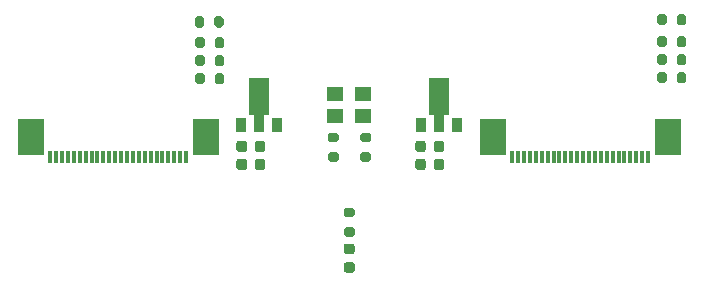
<source format=gbr>
%TF.GenerationSoftware,KiCad,Pcbnew,5.1.9-73d0e3b20d~88~ubuntu18.04.1*%
%TF.CreationDate,2020-12-28T15:28:51+08:00*%
%TF.ProjectId,DoubleCam,446f7562-6c65-4436-916d-2e6b69636164,rev?*%
%TF.SameCoordinates,Original*%
%TF.FileFunction,Paste,Top*%
%TF.FilePolarity,Positive*%
%FSLAX46Y46*%
G04 Gerber Fmt 4.6, Leading zero omitted, Abs format (unit mm)*
G04 Created by KiCad (PCBNEW 5.1.9-73d0e3b20d~88~ubuntu18.04.1) date 2020-12-28 15:28:51*
%MOMM*%
%LPD*%
G01*
G04 APERTURE LIST*
%ADD10C,0.100000*%
%ADD11R,0.900000X1.300000*%
%ADD12R,1.400000X1.200000*%
%ADD13R,2.300000X3.100000*%
%ADD14R,0.300000X1.100000*%
G04 APERTURE END LIST*
D10*
%TO.C,U1*%
G36*
X158346500Y-73900000D02*
G01*
X158346500Y-77025000D01*
X157930000Y-77025000D01*
X157930000Y-78500000D01*
X157030000Y-78500000D01*
X157030000Y-77025000D01*
X156613500Y-77025000D01*
X156613500Y-73900000D01*
X158346500Y-73900000D01*
G37*
D11*
X158980000Y-77850000D03*
X155980000Y-77850000D03*
%TD*%
%TO.C,U2*%
X171220000Y-77850000D03*
X174220000Y-77850000D03*
D10*
G36*
X173586500Y-73900000D02*
G01*
X173586500Y-77025000D01*
X173170000Y-77025000D01*
X173170000Y-78500000D01*
X172270000Y-78500000D01*
X172270000Y-77025000D01*
X171853500Y-77025000D01*
X171853500Y-73900000D01*
X173586500Y-73900000D01*
G37*
%TD*%
%TO.C,C4*%
G36*
G01*
X171595000Y-79440000D02*
X171595000Y-79940000D01*
G75*
G02*
X171370000Y-80165000I-225000J0D01*
G01*
X170920000Y-80165000D01*
G75*
G02*
X170695000Y-79940000I0J225000D01*
G01*
X170695000Y-79440000D01*
G75*
G02*
X170920000Y-79215000I225000J0D01*
G01*
X171370000Y-79215000D01*
G75*
G02*
X171595000Y-79440000I0J-225000D01*
G01*
G37*
G36*
G01*
X173145000Y-79440000D02*
X173145000Y-79940000D01*
G75*
G02*
X172920000Y-80165000I-225000J0D01*
G01*
X172470000Y-80165000D01*
G75*
G02*
X172245000Y-79940000I0J225000D01*
G01*
X172245000Y-79440000D01*
G75*
G02*
X172470000Y-79215000I225000J0D01*
G01*
X172920000Y-79215000D01*
G75*
G02*
X173145000Y-79440000I0J-225000D01*
G01*
G37*
%TD*%
%TO.C,C3*%
G36*
G01*
X171595000Y-80964000D02*
X171595000Y-81464000D01*
G75*
G02*
X171370000Y-81689000I-225000J0D01*
G01*
X170920000Y-81689000D01*
G75*
G02*
X170695000Y-81464000I0J225000D01*
G01*
X170695000Y-80964000D01*
G75*
G02*
X170920000Y-80739000I225000J0D01*
G01*
X171370000Y-80739000D01*
G75*
G02*
X171595000Y-80964000I0J-225000D01*
G01*
G37*
G36*
G01*
X173145000Y-80964000D02*
X173145000Y-81464000D01*
G75*
G02*
X172920000Y-81689000I-225000J0D01*
G01*
X172470000Y-81689000D01*
G75*
G02*
X172245000Y-81464000I0J225000D01*
G01*
X172245000Y-80964000D01*
G75*
G02*
X172470000Y-80739000I225000J0D01*
G01*
X172920000Y-80739000D01*
G75*
G02*
X173145000Y-80964000I0J-225000D01*
G01*
G37*
%TD*%
%TO.C,C2*%
G36*
G01*
X156455000Y-79440000D02*
X156455000Y-79940000D01*
G75*
G02*
X156230000Y-80165000I-225000J0D01*
G01*
X155780000Y-80165000D01*
G75*
G02*
X155555000Y-79940000I0J225000D01*
G01*
X155555000Y-79440000D01*
G75*
G02*
X155780000Y-79215000I225000J0D01*
G01*
X156230000Y-79215000D01*
G75*
G02*
X156455000Y-79440000I0J-225000D01*
G01*
G37*
G36*
G01*
X158005000Y-79440000D02*
X158005000Y-79940000D01*
G75*
G02*
X157780000Y-80165000I-225000J0D01*
G01*
X157330000Y-80165000D01*
G75*
G02*
X157105000Y-79940000I0J225000D01*
G01*
X157105000Y-79440000D01*
G75*
G02*
X157330000Y-79215000I225000J0D01*
G01*
X157780000Y-79215000D01*
G75*
G02*
X158005000Y-79440000I0J-225000D01*
G01*
G37*
%TD*%
%TO.C,C1*%
G36*
G01*
X156455000Y-80964000D02*
X156455000Y-81464000D01*
G75*
G02*
X156230000Y-81689000I-225000J0D01*
G01*
X155780000Y-81689000D01*
G75*
G02*
X155555000Y-81464000I0J225000D01*
G01*
X155555000Y-80964000D01*
G75*
G02*
X155780000Y-80739000I225000J0D01*
G01*
X156230000Y-80739000D01*
G75*
G02*
X156455000Y-80964000I0J-225000D01*
G01*
G37*
G36*
G01*
X158005000Y-80964000D02*
X158005000Y-81464000D01*
G75*
G02*
X157780000Y-81689000I-225000J0D01*
G01*
X157330000Y-81689000D01*
G75*
G02*
X157105000Y-81464000I0J225000D01*
G01*
X157105000Y-80964000D01*
G75*
G02*
X157330000Y-80739000I225000J0D01*
G01*
X157780000Y-80739000D01*
G75*
G02*
X158005000Y-80964000I0J-225000D01*
G01*
G37*
%TD*%
D12*
%TO.C,X1*%
X166300000Y-77150000D03*
X163900000Y-77150000D03*
X163900000Y-75250000D03*
X166300000Y-75250000D03*
%TD*%
%TO.C,R11*%
G36*
G01*
X164025000Y-79325000D02*
X163475000Y-79325000D01*
G75*
G02*
X163275000Y-79125000I0J200000D01*
G01*
X163275000Y-78725000D01*
G75*
G02*
X163475000Y-78525000I200000J0D01*
G01*
X164025000Y-78525000D01*
G75*
G02*
X164225000Y-78725000I0J-200000D01*
G01*
X164225000Y-79125000D01*
G75*
G02*
X164025000Y-79325000I-200000J0D01*
G01*
G37*
G36*
G01*
X164025000Y-80975000D02*
X163475000Y-80975000D01*
G75*
G02*
X163275000Y-80775000I0J200000D01*
G01*
X163275000Y-80375000D01*
G75*
G02*
X163475000Y-80175000I200000J0D01*
G01*
X164025000Y-80175000D01*
G75*
G02*
X164225000Y-80375000I0J-200000D01*
G01*
X164225000Y-80775000D01*
G75*
G02*
X164025000Y-80975000I-200000J0D01*
G01*
G37*
%TD*%
%TO.C,R10*%
G36*
G01*
X166775000Y-79331000D02*
X166225000Y-79331000D01*
G75*
G02*
X166025000Y-79131000I0J200000D01*
G01*
X166025000Y-78731000D01*
G75*
G02*
X166225000Y-78531000I200000J0D01*
G01*
X166775000Y-78531000D01*
G75*
G02*
X166975000Y-78731000I0J-200000D01*
G01*
X166975000Y-79131000D01*
G75*
G02*
X166775000Y-79331000I-200000J0D01*
G01*
G37*
G36*
G01*
X166775000Y-80981000D02*
X166225000Y-80981000D01*
G75*
G02*
X166025000Y-80781000I0J200000D01*
G01*
X166025000Y-80381000D01*
G75*
G02*
X166225000Y-80181000I200000J0D01*
G01*
X166775000Y-80181000D01*
G75*
G02*
X166975000Y-80381000I0J-200000D01*
G01*
X166975000Y-80781000D01*
G75*
G02*
X166775000Y-80981000I-200000J0D01*
G01*
G37*
%TD*%
%TO.C,R9*%
G36*
G01*
X164825000Y-86531000D02*
X165375000Y-86531000D01*
G75*
G02*
X165575000Y-86731000I0J-200000D01*
G01*
X165575000Y-87131000D01*
G75*
G02*
X165375000Y-87331000I-200000J0D01*
G01*
X164825000Y-87331000D01*
G75*
G02*
X164625000Y-87131000I0J200000D01*
G01*
X164625000Y-86731000D01*
G75*
G02*
X164825000Y-86531000I200000J0D01*
G01*
G37*
G36*
G01*
X164825000Y-84881000D02*
X165375000Y-84881000D01*
G75*
G02*
X165575000Y-85081000I0J-200000D01*
G01*
X165575000Y-85481000D01*
G75*
G02*
X165375000Y-85681000I-200000J0D01*
G01*
X164825000Y-85681000D01*
G75*
G02*
X164625000Y-85481000I0J200000D01*
G01*
X164625000Y-85081000D01*
G75*
G02*
X164825000Y-84881000I200000J0D01*
G01*
G37*
%TD*%
%TO.C,R8*%
G36*
G01*
X153705000Y-74233000D02*
X153705000Y-73683000D01*
G75*
G02*
X153905000Y-73483000I200000J0D01*
G01*
X154305000Y-73483000D01*
G75*
G02*
X154505000Y-73683000I0J-200000D01*
G01*
X154505000Y-74233000D01*
G75*
G02*
X154305000Y-74433000I-200000J0D01*
G01*
X153905000Y-74433000D01*
G75*
G02*
X153705000Y-74233000I0J200000D01*
G01*
G37*
G36*
G01*
X152055000Y-74233000D02*
X152055000Y-73683000D01*
G75*
G02*
X152255000Y-73483000I200000J0D01*
G01*
X152655000Y-73483000D01*
G75*
G02*
X152855000Y-73683000I0J-200000D01*
G01*
X152855000Y-74233000D01*
G75*
G02*
X152655000Y-74433000I-200000J0D01*
G01*
X152255000Y-74433000D01*
G75*
G02*
X152055000Y-74233000I0J200000D01*
G01*
G37*
%TD*%
%TO.C,R7*%
G36*
G01*
X152855000Y-72159000D02*
X152855000Y-72709000D01*
G75*
G02*
X152655000Y-72909000I-200000J0D01*
G01*
X152255000Y-72909000D01*
G75*
G02*
X152055000Y-72709000I0J200000D01*
G01*
X152055000Y-72159000D01*
G75*
G02*
X152255000Y-71959000I200000J0D01*
G01*
X152655000Y-71959000D01*
G75*
G02*
X152855000Y-72159000I0J-200000D01*
G01*
G37*
G36*
G01*
X154505000Y-72159000D02*
X154505000Y-72709000D01*
G75*
G02*
X154305000Y-72909000I-200000J0D01*
G01*
X153905000Y-72909000D01*
G75*
G02*
X153705000Y-72709000I0J200000D01*
G01*
X153705000Y-72159000D01*
G75*
G02*
X153905000Y-71959000I200000J0D01*
G01*
X154305000Y-71959000D01*
G75*
G02*
X154505000Y-72159000I0J-200000D01*
G01*
G37*
%TD*%
%TO.C,R6*%
G36*
G01*
X152855000Y-70635000D02*
X152855000Y-71185000D01*
G75*
G02*
X152655000Y-71385000I-200000J0D01*
G01*
X152255000Y-71385000D01*
G75*
G02*
X152055000Y-71185000I0J200000D01*
G01*
X152055000Y-70635000D01*
G75*
G02*
X152255000Y-70435000I200000J0D01*
G01*
X152655000Y-70435000D01*
G75*
G02*
X152855000Y-70635000I0J-200000D01*
G01*
G37*
G36*
G01*
X154505000Y-70635000D02*
X154505000Y-71185000D01*
G75*
G02*
X154305000Y-71385000I-200000J0D01*
G01*
X153905000Y-71385000D01*
G75*
G02*
X153705000Y-71185000I0J200000D01*
G01*
X153705000Y-70635000D01*
G75*
G02*
X153905000Y-70435000I200000J0D01*
G01*
X154305000Y-70435000D01*
G75*
G02*
X154505000Y-70635000I0J-200000D01*
G01*
G37*
%TD*%
%TO.C,R5*%
G36*
G01*
X152825000Y-68875000D02*
X152825000Y-69425000D01*
G75*
G02*
X152625000Y-69625000I-200000J0D01*
G01*
X152225000Y-69625000D01*
G75*
G02*
X152025000Y-69425000I0J200000D01*
G01*
X152025000Y-68875000D01*
G75*
G02*
X152225000Y-68675000I200000J0D01*
G01*
X152625000Y-68675000D01*
G75*
G02*
X152825000Y-68875000I0J-200000D01*
G01*
G37*
G36*
G01*
X154475000Y-68875000D02*
X154475000Y-69425000D01*
G75*
G02*
X154275000Y-69625000I-200000J0D01*
G01*
X153875000Y-69625000D01*
G75*
G02*
X153675000Y-69425000I0J200000D01*
G01*
X153675000Y-68875000D01*
G75*
G02*
X153875000Y-68675000I200000J0D01*
G01*
X154275000Y-68675000D01*
G75*
G02*
X154475000Y-68875000I0J-200000D01*
G01*
G37*
%TD*%
%TO.C,R4*%
G36*
G01*
X192839000Y-74133000D02*
X192839000Y-73583000D01*
G75*
G02*
X193039000Y-73383000I200000J0D01*
G01*
X193439000Y-73383000D01*
G75*
G02*
X193639000Y-73583000I0J-200000D01*
G01*
X193639000Y-74133000D01*
G75*
G02*
X193439000Y-74333000I-200000J0D01*
G01*
X193039000Y-74333000D01*
G75*
G02*
X192839000Y-74133000I0J200000D01*
G01*
G37*
G36*
G01*
X191189000Y-74133000D02*
X191189000Y-73583000D01*
G75*
G02*
X191389000Y-73383000I200000J0D01*
G01*
X191789000Y-73383000D01*
G75*
G02*
X191989000Y-73583000I0J-200000D01*
G01*
X191989000Y-74133000D01*
G75*
G02*
X191789000Y-74333000I-200000J0D01*
G01*
X191389000Y-74333000D01*
G75*
G02*
X191189000Y-74133000I0J200000D01*
G01*
G37*
%TD*%
%TO.C,R3*%
G36*
G01*
X191989000Y-72059000D02*
X191989000Y-72609000D01*
G75*
G02*
X191789000Y-72809000I-200000J0D01*
G01*
X191389000Y-72809000D01*
G75*
G02*
X191189000Y-72609000I0J200000D01*
G01*
X191189000Y-72059000D01*
G75*
G02*
X191389000Y-71859000I200000J0D01*
G01*
X191789000Y-71859000D01*
G75*
G02*
X191989000Y-72059000I0J-200000D01*
G01*
G37*
G36*
G01*
X193639000Y-72059000D02*
X193639000Y-72609000D01*
G75*
G02*
X193439000Y-72809000I-200000J0D01*
G01*
X193039000Y-72809000D01*
G75*
G02*
X192839000Y-72609000I0J200000D01*
G01*
X192839000Y-72059000D01*
G75*
G02*
X193039000Y-71859000I200000J0D01*
G01*
X193439000Y-71859000D01*
G75*
G02*
X193639000Y-72059000I0J-200000D01*
G01*
G37*
%TD*%
%TO.C,R2*%
G36*
G01*
X191989000Y-70535000D02*
X191989000Y-71085000D01*
G75*
G02*
X191789000Y-71285000I-200000J0D01*
G01*
X191389000Y-71285000D01*
G75*
G02*
X191189000Y-71085000I0J200000D01*
G01*
X191189000Y-70535000D01*
G75*
G02*
X191389000Y-70335000I200000J0D01*
G01*
X191789000Y-70335000D01*
G75*
G02*
X191989000Y-70535000I0J-200000D01*
G01*
G37*
G36*
G01*
X193639000Y-70535000D02*
X193639000Y-71085000D01*
G75*
G02*
X193439000Y-71285000I-200000J0D01*
G01*
X193039000Y-71285000D01*
G75*
G02*
X192839000Y-71085000I0J200000D01*
G01*
X192839000Y-70535000D01*
G75*
G02*
X193039000Y-70335000I200000J0D01*
G01*
X193439000Y-70335000D01*
G75*
G02*
X193639000Y-70535000I0J-200000D01*
G01*
G37*
%TD*%
%TO.C,R1*%
G36*
G01*
X191989000Y-68675000D02*
X191989000Y-69225000D01*
G75*
G02*
X191789000Y-69425000I-200000J0D01*
G01*
X191389000Y-69425000D01*
G75*
G02*
X191189000Y-69225000I0J200000D01*
G01*
X191189000Y-68675000D01*
G75*
G02*
X191389000Y-68475000I200000J0D01*
G01*
X191789000Y-68475000D01*
G75*
G02*
X191989000Y-68675000I0J-200000D01*
G01*
G37*
G36*
G01*
X193639000Y-68675000D02*
X193639000Y-69225000D01*
G75*
G02*
X193439000Y-69425000I-200000J0D01*
G01*
X193039000Y-69425000D01*
G75*
G02*
X192839000Y-69225000I0J200000D01*
G01*
X192839000Y-68675000D01*
G75*
G02*
X193039000Y-68475000I200000J0D01*
G01*
X193439000Y-68475000D01*
G75*
G02*
X193639000Y-68675000I0J-200000D01*
G01*
G37*
%TD*%
D13*
%TO.C,J2*%
X138122000Y-78898000D03*
X152962000Y-78898000D03*
D14*
X139792000Y-80598000D03*
X140292000Y-80598000D03*
X140792000Y-80598000D03*
X141292000Y-80598000D03*
X141792000Y-80598000D03*
X142292000Y-80598000D03*
X142792000Y-80598000D03*
X143292000Y-80598000D03*
X143792000Y-80598000D03*
X144292000Y-80598000D03*
X144792000Y-80598000D03*
X145292000Y-80598000D03*
X145792000Y-80598000D03*
X146292000Y-80598000D03*
X146792000Y-80598000D03*
X147292000Y-80598000D03*
X147792000Y-80598000D03*
X148292000Y-80598000D03*
X148792000Y-80598000D03*
X149292000Y-80598000D03*
X149792000Y-80598000D03*
X150292000Y-80598000D03*
X150792000Y-80598000D03*
X151292000Y-80598000D03*
%TD*%
D13*
%TO.C,J1*%
X177238000Y-78898000D03*
X192078000Y-78898000D03*
D14*
X178908000Y-80598000D03*
X179408000Y-80598000D03*
X179908000Y-80598000D03*
X180408000Y-80598000D03*
X180908000Y-80598000D03*
X181408000Y-80598000D03*
X181908000Y-80598000D03*
X182408000Y-80598000D03*
X182908000Y-80598000D03*
X183408000Y-80598000D03*
X183908000Y-80598000D03*
X184408000Y-80598000D03*
X184908000Y-80598000D03*
X185408000Y-80598000D03*
X185908000Y-80598000D03*
X186408000Y-80598000D03*
X186908000Y-80598000D03*
X187408000Y-80598000D03*
X187908000Y-80598000D03*
X188408000Y-80598000D03*
X188908000Y-80598000D03*
X189408000Y-80598000D03*
X189908000Y-80598000D03*
X190408000Y-80598000D03*
%TD*%
%TO.C,D1*%
G36*
G01*
X165356250Y-88804000D02*
X164843750Y-88804000D01*
G75*
G02*
X164625000Y-88585250I0J218750D01*
G01*
X164625000Y-88147750D01*
G75*
G02*
X164843750Y-87929000I218750J0D01*
G01*
X165356250Y-87929000D01*
G75*
G02*
X165575000Y-88147750I0J-218750D01*
G01*
X165575000Y-88585250D01*
G75*
G02*
X165356250Y-88804000I-218750J0D01*
G01*
G37*
G36*
G01*
X165356250Y-90379000D02*
X164843750Y-90379000D01*
G75*
G02*
X164625000Y-90160250I0J218750D01*
G01*
X164625000Y-89722750D01*
G75*
G02*
X164843750Y-89504000I218750J0D01*
G01*
X165356250Y-89504000D01*
G75*
G02*
X165575000Y-89722750I0J-218750D01*
G01*
X165575000Y-90160250D01*
G75*
G02*
X165356250Y-90379000I-218750J0D01*
G01*
G37*
%TD*%
M02*

</source>
